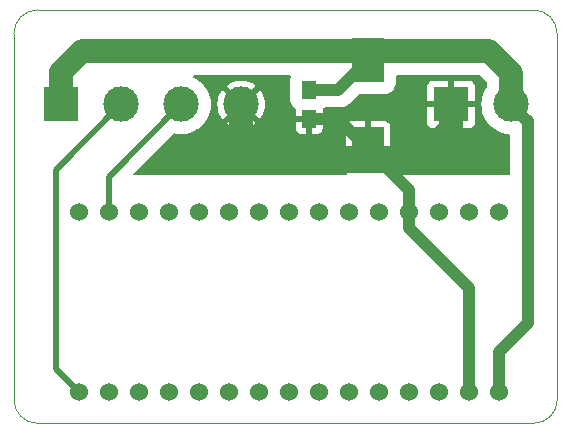
<source format=gtl>
G04 #@! TF.GenerationSoftware,KiCad,Pcbnew,(6.0.0)*
G04 #@! TF.CreationDate,2022-01-15T23:36:52+01:00*
G04 #@! TF.ProjectId,apa102nano,61706131-3032-46e6-916e-6f2e6b696361,rev?*
G04 #@! TF.SameCoordinates,Original*
G04 #@! TF.FileFunction,Copper,L1,Top*
G04 #@! TF.FilePolarity,Positive*
%FSLAX46Y46*%
G04 Gerber Fmt 4.6, Leading zero omitted, Abs format (unit mm)*
G04 Created by KiCad (PCBNEW (6.0.0)) date 2022-01-15 23:36:52*
%MOMM*%
%LPD*%
G01*
G04 APERTURE LIST*
G04 #@! TA.AperFunction,Profile*
%ADD10C,0.050000*%
G04 #@! TD*
G04 #@! TA.AperFunction,ComponentPad*
%ADD11C,3.000000*%
G04 #@! TD*
G04 #@! TA.AperFunction,ComponentPad*
%ADD12R,3.000000X3.000000*%
G04 #@! TD*
G04 #@! TA.AperFunction,SMDPad,CuDef*
%ADD13R,1.250000X1.500000*%
G04 #@! TD*
G04 #@! TA.AperFunction,SMDPad,CuDef*
%ADD14R,2.700000X3.750000*%
G04 #@! TD*
G04 #@! TA.AperFunction,ComponentPad*
%ADD15C,1.524000*%
G04 #@! TD*
G04 #@! TA.AperFunction,Conductor*
%ADD16C,1.000000*%
G04 #@! TD*
G04 #@! TA.AperFunction,Conductor*
%ADD17C,2.000000*%
G04 #@! TD*
G04 #@! TA.AperFunction,Conductor*
%ADD18C,0.500000*%
G04 #@! TD*
G04 APERTURE END LIST*
D10*
X103000000Y-46000000D02*
X61000000Y-46000000D01*
X105000000Y-48000000D02*
G75*
G03*
X103000000Y-46000000I-2000000J0D01*
G01*
X103000000Y-81000000D02*
G75*
G03*
X105000000Y-79000000I0J2000000D01*
G01*
X59000000Y-79000000D02*
G75*
G03*
X61000000Y-81000000I2000000J0D01*
G01*
X61000000Y-46000000D02*
G75*
G03*
X59000000Y-48000000I0J-2000000D01*
G01*
X105000000Y-79000000D02*
X105000000Y-48000000D01*
X61000000Y-81000000D02*
X103000000Y-81000000D01*
X59000000Y-48000000D02*
X59000000Y-79000000D01*
D11*
X78240000Y-54000000D03*
D12*
X63000000Y-54000000D03*
D11*
X73160000Y-54000000D03*
X68080000Y-54000000D03*
X101080000Y-54000000D03*
D12*
X96000000Y-54000000D03*
D13*
X84000000Y-55250000D03*
X84000000Y-52750000D03*
D14*
X89000000Y-50225000D03*
X89000000Y-57775000D03*
D15*
X64490000Y-78350000D03*
X67030000Y-78350000D03*
X69570000Y-78350000D03*
X72110000Y-78350000D03*
X74650000Y-78350000D03*
X77190000Y-78350000D03*
X79730000Y-78350000D03*
X82270000Y-78350000D03*
X84810000Y-78350000D03*
X87350000Y-78350000D03*
X89890000Y-78350000D03*
X92430000Y-78350000D03*
X94970000Y-78350000D03*
X97510000Y-78350000D03*
X100050000Y-78350000D03*
X64490000Y-63110000D03*
X67030000Y-63110000D03*
X69570000Y-63110000D03*
X72110000Y-63110000D03*
X74650000Y-63110000D03*
X77190000Y-63110000D03*
X79730000Y-63110000D03*
X82270000Y-63110000D03*
X84810000Y-63110000D03*
X87350000Y-63110000D03*
X89890000Y-63110000D03*
X92430000Y-63110000D03*
X94970000Y-63110000D03*
X97510000Y-63110000D03*
X100050000Y-63110000D03*
D16*
X97510000Y-69510000D02*
X97510000Y-78350000D01*
X92430000Y-64430000D02*
X97510000Y-69510000D01*
X92430000Y-63110000D02*
X92430000Y-64430000D01*
D17*
X96000000Y-54000000D02*
X96000000Y-56000000D01*
X93225000Y-58775000D02*
X89000000Y-58775000D01*
X96000000Y-56000000D02*
X93225000Y-58775000D01*
X89000000Y-58775000D02*
X79775000Y-58775000D01*
X78240000Y-57240000D02*
X78240000Y-54000000D01*
X79775000Y-58775000D02*
X78240000Y-57240000D01*
D16*
X86475000Y-55250000D02*
X89000000Y-57775000D01*
X84000000Y-55250000D02*
X86475000Y-55250000D01*
X92430000Y-61205000D02*
X89000000Y-57775000D01*
X92430000Y-63110000D02*
X92430000Y-61205000D01*
D18*
X67030000Y-60130000D02*
X73160000Y-54000000D01*
X67030000Y-63110000D02*
X67030000Y-60130000D01*
D16*
X86475000Y-52750000D02*
X89000000Y-50225000D01*
X84000000Y-52750000D02*
X86475000Y-52750000D01*
D17*
X89000000Y-49500000D02*
X64775000Y-49500000D01*
X89000000Y-49500000D02*
X99225000Y-49500000D01*
X101080000Y-52080000D02*
X101080000Y-54000000D01*
X101080000Y-51355000D02*
X99225000Y-49500000D01*
X101080000Y-52080000D02*
X101080000Y-51355000D01*
X63000000Y-51275000D02*
X64775000Y-49500000D01*
X63000000Y-54000000D02*
X63000000Y-51275000D01*
D16*
X100050000Y-78350000D02*
X100050000Y-74950000D01*
X102500000Y-55420000D02*
X102290000Y-55210000D01*
X102500000Y-72500000D02*
X102500000Y-55420000D01*
X101080000Y-54000000D02*
X102290000Y-55210000D01*
X100050000Y-74950000D02*
X102500000Y-72500000D01*
D18*
X62540000Y-76400000D02*
X62570000Y-76430000D01*
X62540000Y-59540000D02*
X62540000Y-76400000D01*
X64490000Y-78350000D02*
X62570000Y-76430000D01*
X62540000Y-59540000D02*
X68080000Y-54000000D01*
G04 #@! TA.AperFunction,Conductor*
G36*
X82378311Y-51520502D02*
G01*
X82424804Y-51574158D01*
X82434908Y-51644432D01*
X82431309Y-51661230D01*
X82385234Y-51821913D01*
X82374500Y-51942184D01*
X82374500Y-53557816D01*
X82385234Y-53678087D01*
X82441259Y-53873470D01*
X82506111Y-53997519D01*
X82524280Y-54032273D01*
X82535427Y-54053596D01*
X82539458Y-54058539D01*
X82539459Y-54058540D01*
X82633019Y-54173256D01*
X82663891Y-54211109D01*
X82668831Y-54215138D01*
X82821404Y-54339573D01*
X82819587Y-54341801D01*
X82857326Y-54386861D01*
X82866227Y-54445045D01*
X82867553Y-54445117D01*
X82867000Y-54455328D01*
X82867000Y-54977885D01*
X82871475Y-54993124D01*
X82872865Y-54994329D01*
X82880548Y-54996000D01*
X85114884Y-54996000D01*
X85130123Y-54991525D01*
X85131328Y-54990135D01*
X85132999Y-54982452D01*
X85132999Y-54455331D01*
X85132446Y-54445123D01*
X85133942Y-54445042D01*
X85145396Y-54381033D01*
X85180307Y-54341671D01*
X85178596Y-54339573D01*
X85253042Y-54278857D01*
X85318474Y-54251303D01*
X85332677Y-54250500D01*
X86359268Y-54250500D01*
X86377021Y-54251757D01*
X86380588Y-54252265D01*
X86380593Y-54252265D01*
X86385706Y-54252993D01*
X86390868Y-54252876D01*
X86390871Y-54252876D01*
X86494150Y-54250532D01*
X86497009Y-54250500D01*
X86537554Y-54250500D01*
X86540109Y-54250290D01*
X86540133Y-54250289D01*
X86549839Y-54249491D01*
X86557298Y-54249099D01*
X86632382Y-54247395D01*
X86637454Y-54246437D01*
X86637460Y-54246436D01*
X86669847Y-54240316D01*
X86682916Y-54238549D01*
X86715759Y-54235849D01*
X86715764Y-54235848D01*
X86720911Y-54235425D01*
X86754273Y-54227045D01*
X86793746Y-54217131D01*
X86801045Y-54215526D01*
X86869753Y-54202543D01*
X86869754Y-54202543D01*
X86874833Y-54201583D01*
X86879684Y-54199808D01*
X86879687Y-54199807D01*
X86897414Y-54193320D01*
X86910637Y-54188481D01*
X86923236Y-54184605D01*
X86934657Y-54181736D01*
X86955206Y-54176575D01*
X86955210Y-54176574D01*
X86960217Y-54175316D01*
X86995267Y-54160076D01*
X87029087Y-54145371D01*
X87036027Y-54142595D01*
X87106545Y-54116789D01*
X87139723Y-54098017D01*
X87151528Y-54092131D01*
X87151998Y-54091927D01*
X87186493Y-54076928D01*
X87190828Y-54074124D01*
X87190831Y-54074122D01*
X87222559Y-54053596D01*
X87249545Y-54036138D01*
X87255927Y-54032273D01*
X87316795Y-53997836D01*
X87316803Y-53997831D01*
X87321297Y-53995288D01*
X87325319Y-53992043D01*
X87325326Y-53992038D01*
X87350977Y-53971341D01*
X87361651Y-53963614D01*
X87393661Y-53942905D01*
X87449203Y-53892365D01*
X87454871Y-53887508D01*
X87476326Y-53870197D01*
X87476334Y-53870190D01*
X87478945Y-53868083D01*
X87507703Y-53839325D01*
X87511999Y-53835226D01*
X87512895Y-53834411D01*
X87576158Y-53776846D01*
X87579357Y-53772795D01*
X87579361Y-53772791D01*
X87594037Y-53754207D01*
X87603824Y-53743204D01*
X87619143Y-53727885D01*
X93992000Y-53727885D01*
X93996475Y-53743124D01*
X93997865Y-53744329D01*
X94005548Y-53746000D01*
X95727885Y-53746000D01*
X95743124Y-53741525D01*
X95744329Y-53740135D01*
X95746000Y-53732452D01*
X95746000Y-53727885D01*
X96254000Y-53727885D01*
X96258475Y-53743124D01*
X96259865Y-53744329D01*
X96267548Y-53746000D01*
X97989884Y-53746000D01*
X98005123Y-53741525D01*
X98006328Y-53740135D01*
X98007999Y-53732452D01*
X98007999Y-52455331D01*
X98007629Y-52448510D01*
X98002105Y-52397648D01*
X97998479Y-52382396D01*
X97953324Y-52261946D01*
X97944786Y-52246351D01*
X97868285Y-52144276D01*
X97855724Y-52131715D01*
X97753649Y-52055214D01*
X97738054Y-52046676D01*
X97617606Y-52001522D01*
X97602351Y-51997895D01*
X97551486Y-51992369D01*
X97544672Y-51992000D01*
X96272115Y-51992000D01*
X96256876Y-51996475D01*
X96255671Y-51997865D01*
X96254000Y-52005548D01*
X96254000Y-53727885D01*
X95746000Y-53727885D01*
X95746000Y-52010116D01*
X95741525Y-51994877D01*
X95740135Y-51993672D01*
X95732452Y-51992001D01*
X94455331Y-51992001D01*
X94448510Y-51992371D01*
X94397648Y-51997895D01*
X94382396Y-52001521D01*
X94261946Y-52046676D01*
X94246351Y-52055214D01*
X94144276Y-52131715D01*
X94131715Y-52144276D01*
X94055214Y-52246351D01*
X94046676Y-52261946D01*
X94001522Y-52382394D01*
X93997895Y-52397649D01*
X93992369Y-52448514D01*
X93992000Y-52455328D01*
X93992000Y-53727885D01*
X87619143Y-53727885D01*
X88209623Y-53137405D01*
X88271935Y-53103379D01*
X88298718Y-53100500D01*
X90407816Y-53100500D01*
X90410603Y-53100251D01*
X90410609Y-53100251D01*
X90496455Y-53092589D01*
X90528087Y-53089766D01*
X90723470Y-53033741D01*
X90903596Y-52939573D01*
X91061109Y-52811109D01*
X91082878Y-52784417D01*
X91185541Y-52658540D01*
X91185542Y-52658539D01*
X91189573Y-52653596D01*
X91283741Y-52473470D01*
X91339766Y-52278087D01*
X91350500Y-52157816D01*
X91350500Y-51626500D01*
X91370502Y-51558379D01*
X91424158Y-51511886D01*
X91476500Y-51500500D01*
X98344174Y-51500500D01*
X98412295Y-51520502D01*
X98433269Y-51537404D01*
X99042595Y-52146729D01*
X99076620Y-52209042D01*
X99079500Y-52235825D01*
X99079500Y-52450419D01*
X99055450Y-52524439D01*
X99053053Y-52527337D01*
X98976515Y-52647942D01*
X98890790Y-52783024D01*
X98884463Y-52792993D01*
X98882779Y-52796572D01*
X98882775Y-52796579D01*
X98752186Y-53074095D01*
X98750497Y-53077685D01*
X98749271Y-53081457D01*
X98749271Y-53081458D01*
X98722245Y-53164636D01*
X98653269Y-53376921D01*
X98594312Y-53685985D01*
X98574556Y-54000000D01*
X98594312Y-54314015D01*
X98653269Y-54623079D01*
X98750497Y-54922315D01*
X98752184Y-54925901D01*
X98752186Y-54925905D01*
X98882775Y-55203421D01*
X98882779Y-55203428D01*
X98884463Y-55207007D01*
X99053053Y-55472663D01*
X99253610Y-55715094D01*
X99482970Y-55930478D01*
X99486172Y-55932805D01*
X99486174Y-55932806D01*
X99734307Y-56113085D01*
X99734312Y-56113088D01*
X99737516Y-56115416D01*
X99741496Y-56117604D01*
X99988960Y-56253649D01*
X100013234Y-56266994D01*
X100172637Y-56330106D01*
X100302092Y-56381361D01*
X100302095Y-56381362D01*
X100305775Y-56382819D01*
X100309609Y-56383803D01*
X100309617Y-56383806D01*
X100492582Y-56430783D01*
X100610527Y-56461066D01*
X100614455Y-56461562D01*
X100614459Y-56461563D01*
X100889292Y-56496282D01*
X100954369Y-56524664D01*
X100993770Y-56583723D01*
X100999500Y-56621288D01*
X100999500Y-59874000D01*
X100979498Y-59942121D01*
X100925842Y-59988614D01*
X100873500Y-60000000D01*
X90943156Y-60000000D01*
X90875035Y-59979998D01*
X90828542Y-59926342D01*
X90818438Y-59856068D01*
X90825174Y-59829771D01*
X90848478Y-59767609D01*
X90852105Y-59752351D01*
X90857631Y-59701486D01*
X90858000Y-59694672D01*
X90858000Y-58047115D01*
X90853525Y-58031876D01*
X90852135Y-58030671D01*
X90844452Y-58029000D01*
X87160116Y-58029000D01*
X87144877Y-58033475D01*
X87143672Y-58034865D01*
X87142001Y-58042548D01*
X87142001Y-59694669D01*
X87142371Y-59701490D01*
X87147895Y-59752352D01*
X87151522Y-59767606D01*
X87174826Y-59829771D01*
X87180009Y-59900578D01*
X87146088Y-59962947D01*
X87083833Y-59997076D01*
X87056844Y-60000000D01*
X69232664Y-60000000D01*
X69164543Y-59979998D01*
X69118050Y-59926342D01*
X69107946Y-59856068D01*
X69137440Y-59791488D01*
X69143569Y-59784905D01*
X71425589Y-57502885D01*
X87142000Y-57502885D01*
X87146475Y-57518124D01*
X87147865Y-57519329D01*
X87155548Y-57521000D01*
X88727885Y-57521000D01*
X88743124Y-57516525D01*
X88744329Y-57515135D01*
X88746000Y-57507452D01*
X88746000Y-57502885D01*
X89254000Y-57502885D01*
X89258475Y-57518124D01*
X89259865Y-57519329D01*
X89267548Y-57521000D01*
X90839884Y-57521000D01*
X90855123Y-57516525D01*
X90856328Y-57515135D01*
X90857999Y-57507452D01*
X90857999Y-55855331D01*
X90857629Y-55848510D01*
X90852105Y-55797648D01*
X90848479Y-55782396D01*
X90803324Y-55661946D01*
X90794786Y-55646351D01*
X90718580Y-55544669D01*
X93992001Y-55544669D01*
X93992371Y-55551490D01*
X93997895Y-55602352D01*
X94001521Y-55617604D01*
X94046676Y-55738054D01*
X94055214Y-55753649D01*
X94131715Y-55855724D01*
X94144276Y-55868285D01*
X94246351Y-55944786D01*
X94261946Y-55953324D01*
X94382394Y-55998478D01*
X94397649Y-56002105D01*
X94448514Y-56007631D01*
X94455328Y-56008000D01*
X95727885Y-56008000D01*
X95743124Y-56003525D01*
X95744329Y-56002135D01*
X95746000Y-55994452D01*
X95746000Y-55989884D01*
X96254000Y-55989884D01*
X96258475Y-56005123D01*
X96259865Y-56006328D01*
X96267548Y-56007999D01*
X97544669Y-56007999D01*
X97551490Y-56007629D01*
X97602352Y-56002105D01*
X97617604Y-55998479D01*
X97738054Y-55953324D01*
X97753649Y-55944786D01*
X97855724Y-55868285D01*
X97868285Y-55855724D01*
X97944786Y-55753649D01*
X97953324Y-55738054D01*
X97998478Y-55617606D01*
X98002105Y-55602351D01*
X98007631Y-55551486D01*
X98008000Y-55544672D01*
X98008000Y-54272115D01*
X98003525Y-54256876D01*
X98002135Y-54255671D01*
X97994452Y-54254000D01*
X96272115Y-54254000D01*
X96256876Y-54258475D01*
X96255671Y-54259865D01*
X96254000Y-54267548D01*
X96254000Y-55989884D01*
X95746000Y-55989884D01*
X95746000Y-54272115D01*
X95741525Y-54256876D01*
X95740135Y-54255671D01*
X95732452Y-54254000D01*
X94010116Y-54254000D01*
X93994877Y-54258475D01*
X93993672Y-54259865D01*
X93992001Y-54267548D01*
X93992001Y-55544669D01*
X90718580Y-55544669D01*
X90718285Y-55544276D01*
X90705724Y-55531715D01*
X90603649Y-55455214D01*
X90588054Y-55446676D01*
X90467606Y-55401522D01*
X90452351Y-55397895D01*
X90401486Y-55392369D01*
X90394672Y-55392000D01*
X89272115Y-55392000D01*
X89256876Y-55396475D01*
X89255671Y-55397865D01*
X89254000Y-55405548D01*
X89254000Y-57502885D01*
X88746000Y-57502885D01*
X88746000Y-55410116D01*
X88741525Y-55394877D01*
X88740135Y-55393672D01*
X88732452Y-55392001D01*
X87605331Y-55392001D01*
X87598510Y-55392371D01*
X87547648Y-55397895D01*
X87532396Y-55401521D01*
X87411946Y-55446676D01*
X87396351Y-55455214D01*
X87294276Y-55531715D01*
X87281715Y-55544276D01*
X87205214Y-55646351D01*
X87196676Y-55661946D01*
X87151522Y-55782394D01*
X87147895Y-55797649D01*
X87142369Y-55848514D01*
X87142000Y-55855328D01*
X87142000Y-57502885D01*
X71425589Y-57502885D01*
X72462171Y-56466303D01*
X72524483Y-56432277D01*
X72582600Y-56433356D01*
X72686688Y-56460081D01*
X72686698Y-56460083D01*
X72690527Y-56461066D01*
X73002682Y-56500500D01*
X73317318Y-56500500D01*
X73501625Y-56477217D01*
X73625541Y-56461563D01*
X73625545Y-56461562D01*
X73629473Y-56461066D01*
X73747418Y-56430783D01*
X73930383Y-56383806D01*
X73930391Y-56383803D01*
X73934225Y-56382819D01*
X73937905Y-56381362D01*
X73937908Y-56381361D01*
X74067363Y-56330106D01*
X74226766Y-56266994D01*
X74251041Y-56253649D01*
X74498504Y-56117604D01*
X74502484Y-56115416D01*
X74505688Y-56113088D01*
X74505693Y-56113085D01*
X74599860Y-56044669D01*
X82867001Y-56044669D01*
X82867371Y-56051490D01*
X82872895Y-56102352D01*
X82876521Y-56117604D01*
X82921676Y-56238054D01*
X82930214Y-56253649D01*
X83006715Y-56355724D01*
X83019276Y-56368285D01*
X83121351Y-56444786D01*
X83136946Y-56453324D01*
X83257394Y-56498478D01*
X83272649Y-56502105D01*
X83323514Y-56507631D01*
X83330328Y-56508000D01*
X83727885Y-56508000D01*
X83743124Y-56503525D01*
X83744329Y-56502135D01*
X83746000Y-56494452D01*
X83746000Y-56489884D01*
X84254000Y-56489884D01*
X84258475Y-56505123D01*
X84259865Y-56506328D01*
X84267548Y-56507999D01*
X84669669Y-56507999D01*
X84676490Y-56507629D01*
X84727352Y-56502105D01*
X84742604Y-56498479D01*
X84863054Y-56453324D01*
X84878649Y-56444786D01*
X84980724Y-56368285D01*
X84993285Y-56355724D01*
X85069786Y-56253649D01*
X85078324Y-56238054D01*
X85123478Y-56117606D01*
X85127105Y-56102351D01*
X85132631Y-56051486D01*
X85133000Y-56044672D01*
X85133000Y-55522115D01*
X85128525Y-55506876D01*
X85127135Y-55505671D01*
X85119452Y-55504000D01*
X84272115Y-55504000D01*
X84256876Y-55508475D01*
X84255671Y-55509865D01*
X84254000Y-55517548D01*
X84254000Y-56489884D01*
X83746000Y-56489884D01*
X83746000Y-55522115D01*
X83741525Y-55506876D01*
X83740135Y-55505671D01*
X83732452Y-55504000D01*
X82885116Y-55504000D01*
X82869877Y-55508475D01*
X82868672Y-55509865D01*
X82867001Y-55517548D01*
X82867001Y-56044669D01*
X74599860Y-56044669D01*
X74753826Y-55932806D01*
X74753828Y-55932805D01*
X74757030Y-55930478D01*
X74986390Y-55715094D01*
X75090163Y-55589654D01*
X77015618Y-55589654D01*
X77022673Y-55599627D01*
X77053679Y-55625551D01*
X77060598Y-55630579D01*
X77285272Y-55771515D01*
X77292807Y-55775556D01*
X77534520Y-55884694D01*
X77542551Y-55887680D01*
X77796832Y-55963002D01*
X77805184Y-55964869D01*
X78067340Y-56004984D01*
X78075874Y-56005700D01*
X78341045Y-56009867D01*
X78349596Y-56009418D01*
X78612883Y-55977557D01*
X78621284Y-55975955D01*
X78877824Y-55908653D01*
X78885926Y-55905926D01*
X79130949Y-55804434D01*
X79138617Y-55800628D01*
X79367598Y-55666822D01*
X79374679Y-55662009D01*
X79454655Y-55599301D01*
X79463125Y-55587442D01*
X79456608Y-55575818D01*
X78252812Y-54372022D01*
X78238868Y-54364408D01*
X78237035Y-54364539D01*
X78230420Y-54368790D01*
X77022910Y-55576300D01*
X77015618Y-55589654D01*
X75090163Y-55589654D01*
X75186947Y-55472663D01*
X75355537Y-55207007D01*
X75357221Y-55203428D01*
X75357225Y-55203421D01*
X75487814Y-54925905D01*
X75487816Y-54925901D01*
X75489503Y-54922315D01*
X75586731Y-54623079D01*
X75645688Y-54314015D01*
X75665444Y-54000000D01*
X75664387Y-53983204D01*
X76227665Y-53983204D01*
X76242932Y-54247969D01*
X76244005Y-54256470D01*
X76295065Y-54516722D01*
X76297276Y-54524974D01*
X76383184Y-54775894D01*
X76386499Y-54783779D01*
X76505664Y-55020713D01*
X76510020Y-55028079D01*
X76639347Y-55216250D01*
X76649601Y-55224594D01*
X76663342Y-55217448D01*
X77867978Y-54012812D01*
X77874356Y-54001132D01*
X78604408Y-54001132D01*
X78604539Y-54002965D01*
X78608790Y-54009580D01*
X79815730Y-55216520D01*
X79827939Y-55223187D01*
X79839439Y-55214497D01*
X79936831Y-55081913D01*
X79941418Y-55074685D01*
X80067962Y-54841621D01*
X80071530Y-54833827D01*
X80165271Y-54585750D01*
X80167748Y-54577544D01*
X80226954Y-54319038D01*
X80228294Y-54310577D01*
X80252031Y-54044616D01*
X80252277Y-54039677D01*
X80252666Y-54002485D01*
X80252523Y-53997519D01*
X80234362Y-53731123D01*
X80233201Y-53722649D01*
X80179419Y-53462944D01*
X80177120Y-53454709D01*
X80088588Y-53204705D01*
X80085191Y-53196854D01*
X79963550Y-52961178D01*
X79959122Y-52953866D01*
X79840031Y-52784417D01*
X79829509Y-52776037D01*
X79816121Y-52783089D01*
X78612022Y-53987188D01*
X78604408Y-54001132D01*
X77874356Y-54001132D01*
X77875592Y-53998868D01*
X77875461Y-53997035D01*
X77871210Y-53990420D01*
X76663814Y-52783024D01*
X76651804Y-52776466D01*
X76640064Y-52785434D01*
X76531935Y-52935911D01*
X76527418Y-52943196D01*
X76403325Y-53177567D01*
X76399839Y-53185395D01*
X76308700Y-53434446D01*
X76306311Y-53442670D01*
X76249812Y-53701795D01*
X76248563Y-53710250D01*
X76227754Y-53974653D01*
X76227665Y-53983204D01*
X75664387Y-53983204D01*
X75645688Y-53685985D01*
X75586731Y-53376921D01*
X75517755Y-53164636D01*
X75490729Y-53081458D01*
X75490729Y-53081457D01*
X75489503Y-53077685D01*
X75487814Y-53074095D01*
X75357225Y-52796579D01*
X75357221Y-52796572D01*
X75355537Y-52792993D01*
X75349211Y-52783024D01*
X75337345Y-52764327D01*
X75186947Y-52527337D01*
X75091945Y-52412500D01*
X77016584Y-52412500D01*
X77022980Y-52423770D01*
X78227188Y-53627978D01*
X78241132Y-53635592D01*
X78242965Y-53635461D01*
X78249580Y-53631210D01*
X79456604Y-52424186D01*
X79463795Y-52411017D01*
X79456473Y-52400780D01*
X79409233Y-52362115D01*
X79402261Y-52357160D01*
X79176122Y-52218582D01*
X79168552Y-52214624D01*
X78925704Y-52108022D01*
X78917644Y-52105120D01*
X78662592Y-52032467D01*
X78654214Y-52030685D01*
X78391656Y-51993318D01*
X78383111Y-51992691D01*
X78117908Y-51991302D01*
X78109374Y-51991839D01*
X77846433Y-52026456D01*
X77838035Y-52028149D01*
X77582238Y-52098127D01*
X77574143Y-52100946D01*
X77330199Y-52204997D01*
X77322577Y-52208881D01*
X77095013Y-52345075D01*
X77087981Y-52349962D01*
X77025053Y-52400377D01*
X77016584Y-52412500D01*
X75091945Y-52412500D01*
X74986390Y-52284906D01*
X74757030Y-52069522D01*
X74706028Y-52032467D01*
X74505693Y-51886915D01*
X74505688Y-51886912D01*
X74502484Y-51884584D01*
X74233876Y-51736915D01*
X74183817Y-51686569D01*
X74168924Y-51617152D01*
X74193925Y-51550703D01*
X74250882Y-51508319D01*
X74294577Y-51500500D01*
X82310190Y-51500500D01*
X82378311Y-51520502D01*
G37*
G04 #@! TD.AperFunction*
M02*

</source>
